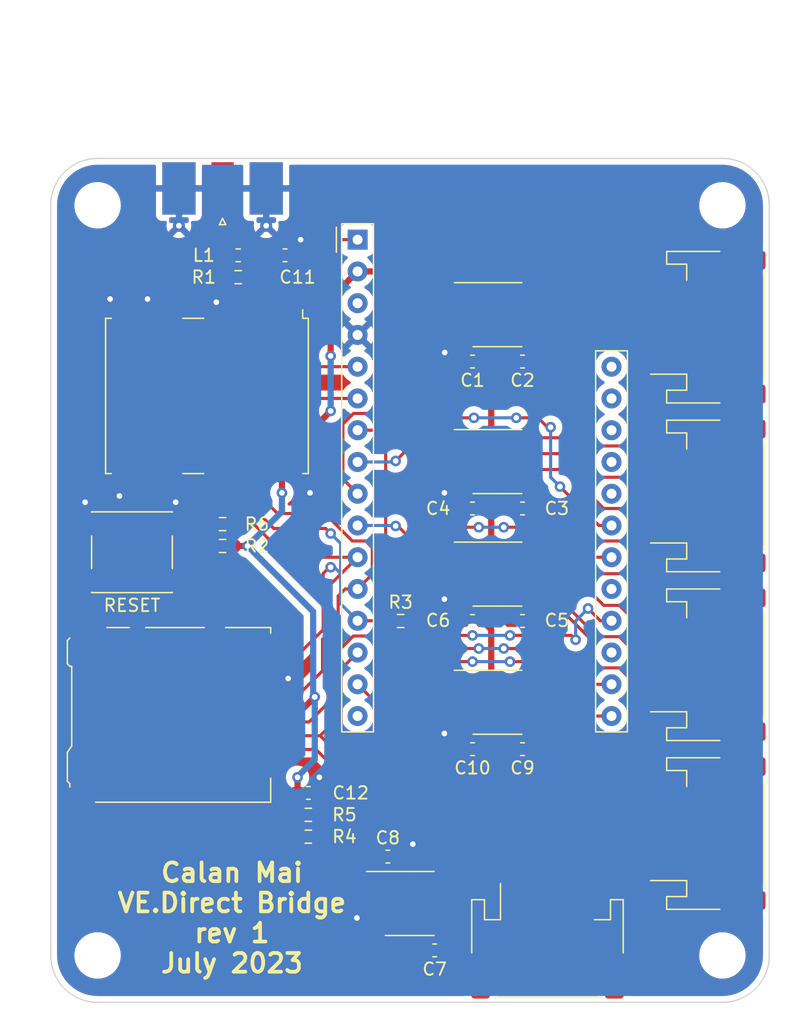
<source format=kicad_pcb>
(kicad_pcb (version 20211014) (generator pcbnew)
  (layers (0 "F.Cu" signal "Front") (31 "B.Cu" signal "Back") (34 "B.Paste" user) (35 "F.Paste" user) (36 "B.SilkS" user "B.Silkscreen") (37 "F.SilkS" user "F.Silkscreen") (38 "B.Mask" user) (39 "F.Mask" user) (44 "Edge.Cuts" user))
  (net 0 "")
  (net 1 "/nRESET")
  (net 2 "VCC")
  (net 4 "GND")
  (net 5 "/GPS-CS")
  (net 6 "/TX5")
  (net 7 "/RX4")
  (net 8 "/TX4")
  (net 9 "/TX2")
  (net 10 "/SCK")
  (net 11 "/MOSI")
  (net 12 "/MISO")
  (net 13 "/RX1")
  (net 14 "/TX1")
  (net 16 "/RX5")
  (net 17 "/RX2")
  (net 18 "/RX3")
  (net 19 "/TX3")
  (net 23 "Net-(J1-Pad3)")
  (net 24 "Net-(J1-Pad2)")
  (net 25 "Net-(J4-Pad2)")
  (net 26 "Net-(J4-Pad3)")
  (net 27 "Net-(R1-Pad1)")
  (net 28 "/GPS-INT")
  (net 29 "Net-(C1-Pad1)")
  (net 30 "Net-(C1-Pad2)")
  (net 31 "Net-(C3-Pad1)")
  (net 32 "Net-(C3-Pad2)")
  (net 33 "Net-(C5-Pad1)")
  (net 34 "Net-(C5-Pad2)")
  (net 35 "Net-(C7-Pad1)")
  (net 36 "Net-(C7-Pad2)")
  (net 37 "Net-(C9-Pad1)")
  (net 38 "Net-(C9-Pad2)")
  (net 39 "Net-(C11-Pad1)")
  (net 40 "Net-(J5-Pad3)")
  (net 50 "Net-(J2-Pad2)")
  (net 51 "Net-(J2-Pad3)")
  (net 52 "Net-(J3-Pad2)")
  (net 53 "Net-(J3-Pad3)")
  (net 54 "Net-(J5-Pad2)")
  (net 57 "unconnected-(J7-Pad11)")
  (net 58 "Net-(J7-Pad1)")
  (net 59 "/SD-CS")
  (net 60 "Net-(J7-Pad8)")
  (net 65 "/GPS-ANT")
  (footprint "Capacitor_SMD:C_0603_1608Metric_Pad1.08x0.95mm_HandSolder" (layer "F.Cu") (at 158.75 107.25 180)
    (fp_text reference "C10")
    (fp_text value "C_Small")
  )
  (footprint "Connector_JST:JST_PH_S4B-PH-SM4-TB_1x04-1MP_P2.00mm_Horizontal" (layer "F.Cu") (at 177.6 87 90)
    (fp_text reference "J2" hide)
    (fp_text value "VE.Direct")
  )
  (footprint "Capacitor_SMD:C_0603_1608Metric_Pad1.08x0.95mm_HandSolder" (layer "F.Cu") (at 158.75 97 180)
    (fp_text reference "C6")
    (fp_text value "C_Small")
  )
  (footprint "Package_SO:SOIC-8_3.9x4.9mm_P1.27mm" (layer "F.Cu") (at 153.725 119.595)
    (fp_text reference "U4" hide)
    (fp_text value "Si8422AB")
  )
  (footprint "Capacitor_SMD:C_0603_1608Metric_Pad1.08x0.95mm_HandSolder" (layer "F.Cu") (at 162.75 76.25)
    (fp_text reference "C1")
    (fp_text value "C_Small")
  )
  (footprint "Capacitor_SMD:C_0603_1608Metric_Pad1.08x0.95mm_HandSolder" (layer "F.Cu") (at 162.75 107.25)
    (fp_text reference "C9")
    (fp_text value "C_Small")
  )
  (footprint "Capacitor_SMD:C_0603_1608Metric_Pad1.08x0.95mm_HandSolder" (layer "F.Cu") (at 143.75 67.75)
    (fp_text reference "C11")
    (fp_text value "C")
  )
  (footprint "Capacitor_SMD:C_0603_1608Metric_Pad1.08x0.95mm_HandSolder" (layer "F.Cu") (at 145.6125 110.75)
    (fp_text reference "C12")
    (fp_text value "C")
  )
  (footprint "Resistor_SMD:R_0603_1608Metric_Pad0.98x0.95mm_HandSolder" (layer "F.Cu") (at 140 69.5)
    (fp_text reference "R1")
    (fp_text value "R")
  )
  (footprint "Capacitor_SMD:C_0603_1608Metric_Pad1.08x0.95mm_HandSolder" (layer "F.Cu") (at 162.75 97)
    (fp_text reference "C5")
    (fp_text value "C_Small")
  )
  (footprint "Package_SO:SOIC-8_3.9x4.9mm_P1.27mm" (layer "F.Cu") (at 160.75 103.5)
    (fp_text reference "U5" hide)
    (fp_text value "Si8422AB")
  )
  (footprint "MountingHole:MountingHole_2.7mm_M2.5" (layer "F.Cu") (at 128.75 123.75)
    (fp_text reference "H4" hide)
    (fp_text value "MountingHole")
  )
  (footprint "Connector_JST:JST_PH_S4B-PH-SM4-TB_1x04-1MP_P2.00mm_Horizontal" (layer "F.Cu") (at 164.75 122.6)
    (fp_text reference "J4" hide)
    (fp_text value "VE.Direct")
  )
  (footprint "MountingHole:MountingHole_2.7mm_M2.5" (layer "F.Cu") (at 178.75 63.75)
    (fp_text reference "H2" hide)
    (fp_text value "MountingHole")
  )
  (footprint "Package_SO:SOIC-8_3.9x4.9mm_P1.27mm" (layer "F.Cu") (at 160.75 93.25)
    (fp_text reference "U3" hide)
    (fp_text value "Si8422AB")
  )
  (footprint "Resistor_SMD:R_0603_1608Metric_Pad0.98x0.95mm_HandSolder" (layer "F.Cu") (at 138.75 91 180)
    (fp_text reference "R2")
    (fp_text value "R_Small")
  )
  (footprint "Module:Adafruit_Feather_M0_Wifi" (layer "F.Cu") (at 149.555 66.5)
    (fp_text reference "A1" hide)
    (fp_text value "Adafruit_Feather_M0_Wifi")
  )
  (footprint "MountingHole:MountingHole_2.7mm_M2.5" (layer "F.Cu") (at 128.75 63.75)
    (fp_text reference "H3" hide)
    (fp_text value "MountingHole")
  )
  (footprint "Capacitor_SMD:C_0603_1608Metric_Pad1.08x0.95mm_HandSolder" (layer "F.Cu") (at 158.75 76.25 180)
    (fp_text reference "C2")
    (fp_text value "C_Small")
  )
  (footprint "Resistor_SMD:R_0603_1608Metric_Pad0.98x0.95mm_HandSolder" (layer "F.Cu") (at 138.75 89.25)
    (fp_text reference "R6")
    (fp_text value "R_Small")
  )
  (footprint "Package_SO:SOIC-8_3.9x4.9mm_P1.27mm" (layer "F.Cu") (at 160.75 84.25)
    (fp_text reference "U2" hide)
    (fp_text value "Si8422AB")
  )
  (footprint "Connector_JST:JST_PH_S4B-PH-SM4-TB_1x04-1MP_P2.00mm_Horizontal" (layer "F.Cu") (at 177.6 73.5 90)
    (fp_text reference "J1" hide)
    (fp_text value "VE.Direct")
  )
  (footprint "Capacitor_SMD:C_0603_1608Metric_Pad1.08x0.95mm_HandSolder" (layer "F.Cu") (at 151.975 115.845)
    (fp_text reference "C8")
    (fp_text value "C_Small")
  )
  (footprint "Resistor_SMD:R_0603_1608Metric_Pad0.98x0.95mm_HandSolder" (layer "F.Cu") (at 153 97 180)
    (fp_text reference "R3")
    (fp_text value "R_Small")
  )
  (footprint "Package_SO:SOIC-8_3.9x4.9mm_P1.27mm" (layer "F.Cu") (at 160.75 72.5)
    (fp_text reference "U1" hide)
    (fp_text value "Si8422AB")
  )
  (footprint "Capacitor_SMD:C_0603_1608Metric_Pad1.08x0.95mm_HandSolder" (layer "F.Cu") (at 158.75 88 180)
    (fp_text reference "C4")
    (fp_text value "C_Small")
  )
  (footprint "Capacitor_SMD:C_0603_1608Metric_Pad1.08x0.95mm_HandSolder" (layer "F.Cu") (at 155.725 123.345)
    (fp_text reference "C7")
    (fp_text value "C_Small")
  )
  (footprint "Connector_JST:JST_PH_S4B-PH-SM4-TB_1x04-1MP_P2.00mm_Horizontal" (layer "F.Cu") (at 177.6 100.5 90)
    (fp_text reference "J3" hide)
    (fp_text value "VE.Direct")
  )
  (footprint "Resistor_SMD:R_0603_1608Metric_Pad0.98x0.95mm_HandSolder" (layer "F.Cu") (at 145.6125 112.5)
    (fp_text reference "R5")
    (fp_text value "R_Small")
  )
  (footprint "Inductor_SMD:L_0603_1608Metric_Pad1.05x0.95mm_HandSolder" (layer "F.Cu") (at 140 67.75 180)
    (fp_text reference "L1")
    (fp_text value "L")
  )
  (footprint "RF_GPS:ublox_NEO" (layer "F.Cu") (at 137.5 79 -90)
    (fp_text reference "U6" hide)
    (fp_text value "NEO-M8M")
  )
  (footprint "Connector_JST:JST_PH_S4B-PH-SM4-TB_1x04-1MP_P2.00mm_Horizontal" (layer "F.Cu") (at 177.6 114 90)
    (fp_text reference "J5" hide)
    (fp_text value "VE.Direct")
  )
  (footprint "Button_Switch_SMD:SW_Push_1P1T_NO_6x6mm_H9.5mm" (layer "F.Cu") (at 131.5 91.5 180)
    (fp_text reference "SW1" hide)
    (fp_text value "SW_Push")
  )
  (footprint "Connector_Card:microSD_HC_Hirose_DM3AT-SF-PEJM5" (layer "F.Cu") (at 134.715 104.5 -90)
    (fp_text reference "J7" hide)
    (fp_text value "Micro_SD_Card_Det")
  )
  (footprint "Resistor_SMD:R_0603_1608Metric_Pad0.98x0.95mm_HandSolder" (layer "F.Cu") (at 145.6125 114.25 180)
    (fp_text reference "R4")
    (fp_text value "R_Small")
  )
  (footprint "Connector_Coaxial:SMA_Molex_73251-2120_EdgeMount_Horizontal" (layer "F.Cu") (at 138.75 62.4 90)
    (fp_text reference "J6" hide)
    (fp_text value "Conn_Coaxial")
  )
  (footprint "Capacitor_SMD:C_0603_1608Metric_Pad1.08x0.95mm_HandSolder" (layer "F.Cu") (at 162.75 88)
    (fp_text reference "C3")
    (fp_text value "C_Small")
  )
  (footprint "MountingHole:MountingHole_2.7mm_M2.5" (layer "F.Cu") (at 178.75 123.75)
    (fp_text reference "H1" hide)
    (fp_text value "MountingHole")
  )
  (gr_line (start 125 63.75) (end 125 123.75) (layer "Edge.Cuts") (width 0.1))
  (gr_line (start 128.75 127.5) (end 178.75 127.5) (layer "Edge.Cuts") (width 0.1))
  (gr_arc (start 182.5 123.75) (mid 181.40165 126.40165) (end 178.75 127.5) (layer "Edge.Cuts") (width 0.1))
  (gr_line (start 178.75 60) (end 128.75 60) (layer "Edge.Cuts") (width 0.1))
  (gr_line (start 182.5 123.75) (end 182.5 63.75) (layer "Edge.Cuts") (width 0.1))
  (gr_arc (start 178.75 60) (mid 181.40165 61.09835) (end 182.5 63.75) (layer "Edge.Cuts") (width 0.1))
  (gr_arc (start 128.75 127.5) (mid 126.09835 126.40165) (end 125 123.75) (layer "Edge.Cuts") (width 0.1))
  (gr_arc (start 125 63.75) (mid 126.09835 61.09835) (end 128.75 60) (layer "Edge.Cuts") (width 0.1))
  (gr_text "RESET" (at 131.5 95.75) (layer "F.SilkS") (effects (font (size 1 1))))
  (gr_text "Calan Mai\nVE.Direct Bridge\nrev 1\nJuly 2023" (at 139.5 120.75) (layer "F.SilkS") (effects (font (size 1.5 1.5) (thickness 0.3))))
  (segment (start 130 74.5) (end 134.5 74.5) (width 0.25) (layer "F.Cu") (net 1))
  (segment (start 144.05 70.7) (end 148.25 66.5) (width 0.25) (layer "F.Cu") (net 1))
  (segment (start 134.9 72.6) (end 136.8 70.7) (width 0.25) (layer "F.Cu") (net 1))
  (segment (start 127.525 93.75) (end 135.475 93.75) (width 0.25) (layer "F.Cu") (net 1))
  (segment (start 134.9 73) (end 134.9 74.1) (width 0.25) (layer "F.Cu") (net 1))
  (segment (start 136.8 70.7) (end 144.05 70.7) (width 0.25) (layer "F.Cu") (net 1))
  (segment (start 129 75.5) (end 129 92.275) (width 0.25) (layer "F.Cu") (net 1))
  (segment (start 129 92.275) (end 127.525 93.75) (width 0.25) (layer "F.Cu") (net 1))
  (segment (start 149.555 66.5) (end 148.25 66.5) (width 0.25) (layer "F.Cu") (net 1))
  (segment (start 134.9 74.1) (end 134.5 74.5) (width 0.25) (layer "F.Cu") (net 1))
  (segment (start 130 74.5) (end 129 75.5) (width 0.25) (layer "F.Cu") (net 1))
  (segment (start 143.5 86.75) (end 143.5 85.1) (width 0.5) (layer "F.Cu") (net 2))
  (segment (start 160.095 70.595) (end 160.25 70.75) (width 0.5) (layer "F.Cu") (net 2))
  (segment (start 144.75 110.75) (end 144.75 112.45) (width 0.5) (layer "F.Cu") (net 2))
  (segment (start 143.4 84.210051) (end 147.4 80.210051) (width 0.5) (layer "F.Cu") (net 2))
  (segment (start 142.3 85) (end 143.4 85) (width 0.5) (layer "F.Cu") (net 2))
  (segment (start 159.345 91.345) (end 160.25 92.25) (width 0.5) (layer "F.Cu") (net 2))
  (segment (start 159.6125 97.045393) (end 160.25 97.682893) (width 0.5) (layer "F.Cu") (net 2))
  (segment (start 158.275 101.595) (end 159.095 101.595) (width 0.5) (layer "F.Cu") (net 2))
  (segment (start 149.555 69.04) (end 156.72 69.04) (width 0.5) (layer "F.Cu") (net 2))
  (segment (start 143.4 85) (end 143.4 84.210051) (width 0.5) (layer "F.Cu") (net 2))
  (segment (start 158.006492 112.006492) (end 158.256492 112.006492) (width 0.5) (layer "F.Cu") (net 2))
  (segment (start 160.25 96.407893) (end 159.6125 97.045393) (width 0.5) (layer "F.Cu") (net 2))
  (segment (start 159.6125 88) (end 160.25 88.6375) (width 0.5) (layer "F.Cu") (net 2))
  (segment (start 142.44 103.975) (end 145.225 103.975) (width 0.5) (layer "F.Cu") (net 2))
  (segment (start 151.25 117.69) (end 152.572983 117.69) (width 0.5) (layer "F.Cu") (net 2))
  (segment (start 158.275 70.595) (end 160.095 70.595) (width 0.5) (layer "F.Cu") (net 2))
  (segment (start 160.25 88.6375) (end 160.25 92.25) (width 0.5) (layer "F.Cu") (net 2))
  (segment (start 158.275 91.345) (end 159.345 91.345) (width 0.5) (layer "F.Cu") (net 2))
  (segment (start 144.7 112.5) (end 144.7 114.25) (width 0.5) (layer "F.Cu") (net 2))
  (segment (start 160.25 97.682893) (end 160.25 102.75) (width 0.5) (layer "F.Cu") (net 2))
  (segment (start 158.256492 112.006492) (end 159.6125 110.650483) (width 0.5) (layer "F.Cu") (net 2))
  (segment (start 147.4 75.8) (end 147.4 71.195) (width 0.5) (layer "F.Cu") (net 2))
  (segment (start 151.1125 117.5525) (end 151.25 117.69) (width 0.5) (layer "F.Cu") (net 2))
  (segment (start 153 117.262984) (end 153.756492 116.506492) (width 0.5) (layer "F.Cu") (net 2))
  (segment (start 153.756492 116.506492) (end 158.256492 112.006492) (width 0.5) (layer "F.Cu") (net 2))
  (segment (start 160.25 92.25) (end 160.25 96.407893) (width 0.5) (layer "F.Cu") (net 2))
  (segment (start 145.225 103.975) (end 146.125 103.075) (width 0.5) (layer "F.Cu") (net 2))
  (segment (start 153.9125 107.9125) (end 158.006492 112.006492) (width 0.5) (layer "F.Cu") (net 2))
  (segment (start 139.6625 89.25) (end 139.6625 91) (width 0.5) (layer "F.Cu") (net 2))
  (segment (start 158.275 82.345) (end 159.595 82.345) (width 0.5) (layer "F.Cu") (net 2))
  (segment (start 159.6125 76.25) (end 160 76.25) (width 0.5) (layer "F.Cu") (net 2))
  (segment (start 160.25 70.75) (end 160.25 75.6125) (width 0.5) (layer "F.Cu") (net 2))
  (segment (start 156.72 69.04) (end 158.275 70.595) (width 0.5) (layer "F.Cu") (net 2))
  (segment (start 144.7 117.45) (end 144.7 114.25) (width 0.5) (layer "F.Cu") (net 2))
  (segment (start 152.75 123.75) (end 151 123.75) (width 0.5) (layer "F.Cu") (net 2))
  (segment (start 147.4 71.195) (end 149.555 69.04) (width 0.5) (layer "F.Cu") (net 2))
  (segment (start 153 123.5) (end 153 117.262984) (width 0.5) (layer "F.Cu") (net 2))
  (segment (start 160.25 87.3625) (end 159.6125 88) (width 0.5) (layer "F.Cu") (net 2))
  (segment (start 160.25 76.5) (end 160.25 83) (width 0.5) (layer "F.Cu") (net 2))
  (segment (start 160.25 102.75) (end 160.25 106.6125) (width 0.5) (layer "F.Cu") (net 2))
  (segment (start 153 123.5) (end 152.75 123.75) (width 0.5) (layer "F.Cu") (net 2))
  (segment (start 147.4 80.210051) (end 147.4 80.2) (width 0.5) (layer "F.Cu") (net 2))
  (segment (start 139.6625 91) (end 140.75 91) (width 0.5) (layer "F.Cu") (net 2))
  (segment (start 153.9125 97) (end 153.9125 107.9125) (width 0.5) (layer "F.Cu") (net 2))
  (segment (start 160 76.25) (end 160.25 76.5) (width 0.5) (layer "F.Cu") (net 2))
  (segment (start 160.25 106.6125) (end 159.6125 107.25) (width 0.5) (layer "F.Cu") (net 2))
  (segment (start 152.572983 117.69) (end 153.756492 116.506492) (width 0.5) (layer "F.Cu") (net 2))
  (segment (start 160.25 75.6125) (end 159.6125 76.25) (width 0.5) (layer "F.Cu") (net 2))
  (segment (start 151 123.75) (end 144.7 117.45) (width 0.5) (layer "F.Cu") (net 2))
  (segment (start 159.6125 110.650483) (end 159.6125 107.25) (width 0.5) (layer "F.Cu") (net 2))
  (segment (start 151.1125 115.845) (end 151.1125 117.5525) (width 0.5) (layer "F.Cu") (net 2))
  (segment (start 159.595 82.345) (end 160.25 83) (width 0.5) (layer "F.Cu") (net 2))
  (segment (start 159.095 101.595) (end 160.25 102.75) (width 0.5) (layer "F.Cu") (net 2))
  (segment (start 160.25 83) (end 160.25 87.3625) (width 0.5) (layer "F.Cu") (net 2))
  (segment (start 144.75 110.75) (end 144.75 109.5) (width 0.5) (layer "F.Cu") (net 2))
  (via (at 147.4 75.8) (size 0.85) (drill 0.45) (layers "F.Cu" "B.Cu") (net 2))
  (via (at 147.4 80.2) (size 0.85) (drill 0.45) (layers "F.Cu" "B.Cu") (net 2))
  (via (at 146.125 103.075) (size 0.85) (drill 0.45) (layers "F.Cu" "B.Cu") (net 2))
  (via (at 144.75 109.5) (size 0.85) (drill 0.45) (layers "F.Cu" "B.Cu") (net 2))
  (via (at 140.75 91) (size 0.85) (drill 0.45) (layers "F.Cu" "B.Cu") (net 2))
  (via (at 143.5 86.75) (size 0.85) (drill 0.45) (layers "F.Cu" "B.Cu") (net 2))
  (segment (start 144.75 109.45) (end 146.125 108.075) (width 0.5) (layer "B.Cu") (net 2))
  (segment (start 146 96.25) (end 146 102.95) (width 0.5) (layer "B.Cu") (net 2))
  (segment (start 147.4 80.2) (end 147.4 75.8) (width 0.5) (layer "B.Cu") (net 2))
  (segment (start 146.125 108.075) (end 146.125 103.075) (width 0.5) (layer "B.Cu") (net 2))
  (segment (start 144.75 109.5) (end 144.75 109.45) (width 0.5) (layer "B.Cu") (net 2))
  (segment (start 140.75 91) (end 146 96.25) (width 0.5) (layer "B.Cu") (net 2))
  (segment (start 143.5 88.25) (end 140.75 91) (width 0.5) (layer "B.Cu") (net 2))
  (segment (start 143.5 86.75) (end 143.5 88.25) (width 0.5) (layer "B.Cu") (net 2))
  (segment (start 146 102.95) (end 146.125 103.075) (width 0.5) (layer "B.Cu") (net 2))
  (segment (start 158.275 74.405) (end 157.8875 74.7925) (width 0.5) (layer "F.Cu") (net 4))
  (segment (start 157.095 86.155) (end 156.5 86.75) (width 0.5) (layer "F.Cu") (net 4))
  (segment (start 132.7 73) (end 132.7 71.3) (width 0.5) (layer "F.Cu") (net 4))
  (segment (start 132.7 71.3) (end 132.75 71.25) (width 0.5) (layer "F.Cu") (net 4))
  (segment (start 157.095 105.405) (end 156.5 106) (width 0.5) (layer "F.Cu") (net 4))
  (segment (start 145.75 86.25) (end 145.75 86.75) (width 0.5) (layer "F.Cu") (net 4))
  (segment (start 146.475 109.525) (end 146.5 109.5) (width 0.5) (layer "F.Cu") (net 4))
  (segment (start 157.652847 74.405) (end 156.528924 75.528923) (width 0.5) (layer "F.Cu") (net 4))
  (segment (start 135.475 87.975) (end 135 87.5) (width 0.5) (layer "F.Cu") (net 4))
  (segment (start 143.825 101.775) (end 144 101.6) (width 0.5) (layer "F.Cu") (net 4))
  (segment (start 144.6125 66.8875) (end 145 66.5) (width 0.5) (layer "F.Cu") (net 4))
  (segment (start 142.44 101.775) (end 143.825 101.775) (width 0.5) (layer "F.Cu") (net 4))
  (segment (start 156.595 95.155) (end 156.5 95.25) (width 0.5) (layer "F.Cu") (net 4))
  (segment (start 158.275 105.405) (end 157.095 105.405) (width 0.5) (layer "F.Cu") (net 4))
  (segment (start 158.275 86.155) (end 158.275 87.6125) (width 0.5) (layer "F.Cu") (net 4))
  (segment (start 158.275 87.6125) (end 157.8875 88) (width 0.5) (layer "F.Cu") (net 4))
  (segment (start 130.5 71.75) (end 130 71.25) (width 0.5) (layer "F.Cu") (net 4))
  (segment (start 130.5 85) (end 130.5 87) (width 0.5) (layer "F.Cu") (net 4))
  (segment (start 157.8875 107.25) (end 157.8875 105.7925) (width 0.5) (layer "F.Cu") (net 4))
  (segment (start 130.5 73) (end 130.5 71.75) (width 0.5) (layer "F.Cu") (net 4))
  (segment (start 157.8875 105.7925) (end 158.275 105.405) (width 0.5) (layer "F.Cu") (net 4))
  (segment (start 157.8875 95.5425) (end 158.275 95.155) (width 0.5) (layer "F.Cu") (net 4))
  (segment (start 158.275 86.155) (end 157.095 86.155) (width 0.5) (layer "F.Cu") (net 4))
  (segment (start 157.8875 97.045393) (end 157.8875 95.5425) (width 0.5) (layer "F.Cu") (net 4))
  (segment (start 158.275 95.155) (end 156.595 95.155) (width 0.5) (layer "F.Cu") (net 4))
  (segment (start 127.525 89.25) (end 127.525 87.725) (width 0.5) (layer "F.Cu") (net 4))
  (segment (start 135.475 89.25) (end 135.475 87.975) (width 0.5) (layer "F.Cu") (net 4))
  (segment (start 152.975 115.845) (end 153.975 114.845) (width 0.5) (layer "F.Cu") (net 4))
  (segment (start 157.8875 74.7925) (end 157.8875 76.25) (width 0.5) (layer "F.Cu") (net 4))
  (segment (start 144.6125 67.75) (end 144.6125 66.8875) (width 0.5) (layer "F.Cu") (net 4))
  (segment (start 137.9 73) (end 137.9 71.85) (width 0.5) (layer "F.Cu") (net 4))
  (segment (start 137.9 71.85) (end 138.25 71.5) (width 0.5) (layer "F.Cu") (net 4))
  (segment (start 146.475 110.75) (end 146.475 109.525) (width 0.5) (layer "F.Cu") (net 4))
  (segment (start 144.5 85) (end 145.75 86.25) (width 0.5) (layer "F.Cu") (net 4))
  (segment (start 127.525 87.725) (end 127.75 87.5) (width 0.5) (layer "F.Cu") (net 4))
  (segment (start 130 71.25) (end 129.75 71.25) (width 0.5) (layer "F.Cu") (net 4))
  (segment (start 150.25 121.5) (end 151.25 121.5) (width 0.5) (layer "F.Cu") (net 4))
  (segment (start 149.5 120.75) (end 150.25 121.5) (width 0.5) (layer "F.Cu") (net 4))
  (via (at 149.5 120.75) (size 0.85) (drill 0.45) (layers "F.Cu" "B.Cu") (net 4))
  (via (at 132.75 71.25) (size 0.85) (drill 0.45) (layers "F.Cu" "B.Cu") (net 4))
  (via (at 144 101.6) (size 0.85) (drill 0.45) (layers "F.Cu" "B.Cu") (net 4))
  (via (at 156.5 106) (size 0.85) (drill 0.45) (layers "F.Cu" "B.Cu") (net 4))
  (via (at 153.975 114.845) (size 0.85) (drill 0.45) (layers "F.Cu" "B.Cu") (net 4))
  (via (at 130.5 87) (size 0.85) (drill 0.45) (layers "F.Cu" "B.Cu") (net 4))
  (via (at 135 87.5) (size 0.85) (drill 0.45) (layers "F.Cu" "B.Cu") (net 4))
  (via (at 145 66.5) (size 0.85) (drill 0.45) (layers "F.Cu" "B.Cu") (net 4))
  (via (at 129.75 71.25) (size 0.85) (drill 0.45) (layers "F.Cu" "B.Cu") (net 4))
  (via (at 145.75 86.75) (size 0.85) (drill 0.45) (layers "F.Cu" "B.Cu") (net 4))
  (via (at 156.5 95.25) (size 0.85) (drill 0.45) (layers "F.Cu" "B.Cu") (net 4))
  (via (at 127.75 87.5) (size 0.85) (drill 0.45) (layers "F.Cu" "B.Cu") (net 4))
  (via (at 156.528924 75.528923) (size 0.85) (drill 0.45) (layers "F.Cu" "B.Cu") (net 4))
  (via (at 138.25 71.5) (size 0.85) (drill 0.45) (layers "F.Cu" "B.Cu") (net 4))
  (via (at 146.5 109.5) (size 0.85) (drill 0.45) (layers "F.Cu" "B.Cu") (net 4))
  (via (at 156.5 86.75) (size 0.85) (drill 0.45) (layers "F.Cu" "B.Cu") (net 4))
  (segment (start 137.8375 89.25) (end 137.8375 85.0625) (width 0.25) (layer "F.Cu") (net 5))
  (segment (start 142.8 79.2) (end 137.9 84.1) (width 0.25) (layer "F.Cu") (net 5))
  (segment (start 137.9 84.1) (end 137.9 85) (width 0.25) (layer "F.Cu") (net 5))
  (segment (start 149.555 79.2) (end 142.8 79.2) (width 0.25) (layer "F.Cu") (net 5))
  (segment (start 158.75 100.25) (end 157 100.25) (width 0.25) (layer "F.Cu") (net 6))
  (segment (start 157 100.25) (end 156.75 100.5) (width 0.25) (layer "F.Cu") (net 6))
  (segment (start 156.75 102.25) (end 157.365 102.865) (width 0.25) (layer "F.Cu") (net 6))
  (segment (start 168.1 104.6) (end 169.875 104.6) (width 0.25) (layer "F.Cu") (net 6))
  (segment (start 157.365 102.865) (end 158.275 102.865) (width 0.25) (layer "F.Cu") (net 6))
  (segment (start 161.75 100.25) (end 163.75 100.25) (width 0.25) (layer "F.Cu") (net 6))
  (segment (start 156.75 100.5) (end 156.75 102.25) (width 0.25) (layer "F.Cu") (net 6))
  (segment (start 163.75 100.25) (end 168.1 104.6) (width 0.25) (layer "F.Cu") (net 6))
  (via (at 161.75 100.25) (size 0.85) (drill 0.45) (layers "F.Cu" "B.Cu") (net 6))
  (via (at 158.75 100.25) (size 0.85) (drill 0.45) (layers "F.Cu" "B.Cu") (net 6))
  (segment (start 158.75 100.25) (end 161.75 100.25) (width 0.25) (layer "B.Cu") (net 6))
  (segment (start 153.25 83.55) (end 153.25 76.5) (width 0.25) (layer "F.Cu") (net 7))
  (segment (start 158.275 73.135) (end 156.615 73.135) (width 0.25) (layer "F.Cu") (net 7))
  (segment (start 152.6 84.2) (end 153.25 83.55) (width 0.25) (layer "F.Cu") (net 7))
  (segment (start 156.615 73.135) (end 153.25 76.5) (width 0.25) (layer "F.Cu") (net 7))
  (via (at 152.6 84.2) (size 0.85) (drill 0.45) (layers "F.Cu" "B.Cu") (net 7))
  (segment (start 149.555 84.28) (end 152.52 84.28) (width 0.25) (layer "B.Cu") (net 7))
  (segment (start 152.52 84.28) (end 152.6 84.2) (width 0.25) (layer "B.Cu") (net 7))
  (segment (start 149.233299 80.4) (end 151.4 80.4) (width 0.25) (layer "F.Cu") (net 8))
  (segment (start 148.38 81.253299) (end 149.233299 80.4) (width 0.25) (layer "F.Cu") (net 8))
  (segment (start 149.555 86.82) (end 148.38 85.645) (width 0.25) (layer "F.Cu") (net 8))
  (segment (start 148.38 85.645) (end 148.38 81.253299) (width 0.25) (layer "F.Cu") (net 8))
  (segment (start 151.4 80.4) (end 152.25 79.55) (width 0.25) (layer "F.Cu") (net 8))
  (segment (start 152.25 76.25) (end 156.635 71.865) (width 0.25) (layer "F.Cu") (net 8))
  (segment (start 156.635 71.865) (end 158.275 71.865) (width 0.25) (layer "F.Cu") (net 8))
  (segment (start 152.25 79.55) (end 152.25 76.25) (width 0.25) (layer "F.Cu") (net 8))
  (segment (start 152.6 89.4) (end 152.77 89.4) (width 0.25) (layer "F.Cu") (net 9))
  (segment (start 155.985 92.615) (end 158.275 92.615) (width 0.25) (layer "F.Cu") (net 9))
  (segment (start 152.77 89.4) (end 155.985 92.615) (width 0.25) (layer "F.Cu") (net 9))
  (via (at 152.6 89.4) (size 0.85) (drill 0.45) (layers "F.Cu" "B.Cu") (net 9))
  (segment (start 152.6 89.4) (end 151.96 89.36) (width 0.25) (layer "B.Cu") (net 9))
  (segment (start 151.96 89.36) (end 149.555 89.36) (width 0.25) (layer "B.Cu") (net 9))
  (segment (start 139 87) (end 143.9 91.9) (width 0.25) (layer "F.Cu") (net 10))
  (segment (start 142.44 102.875) (end 144.856371 102.875) (width 0.25) (layer "F.Cu") (net 10))
  (segment (start 146.75 100.981371) (end 146.75 98.45) (width 0.25) (layer "F.Cu") (net 10))
  (segment (start 143.9 91.9) (end 149.555 91.9) (width 0.25) (layer "F.Cu") (net 10))
  (segment (start 147.4 97.8) (end 147.4 94.055) (width 0.25) (layer "F.Cu") (net 10))
  (segment (start 147.4 94.055) (end 149.555 91.9) (width 0.25) (layer "F.Cu") (net 10))
  (segment (start 139 85) (end 139 87) (width 0.25) (layer "F.Cu") (net 10))
  (segment (start 144.856371 102.875) (end 146.75 100.981371) (width 0.25) (layer "F.Cu") (net 10))
  (segment (start 146.75 98.45) (end 147.4 97.8) (width 0.25) (layer "F.Cu") (net 10))
  (segment (start 149.555 94.44) (end 150.73 93.265) (width 0.25) (layer "F.Cu") (net 11))
  (segment (start 145.675 105.075) (end 147.25 103.5) (width 0.25) (layer "F.Cu") (net 11))
  (segment (start 148 95) (end 148.56 94.44) (width 0.25) (layer "F.Cu") (net 11))
  (segment (start 146.933299 88.4) (end 143.15 88.4) (width 0.25) (layer "F.Cu") (net 11))
  (segment (start 147.25 103.5) (end 147.25 98.95) (width 0.25) (layer "F.Cu") (net 11))
  (segment (start 148.56 94.44) (end 149.555 94.44) (width 0.25) (layer "F.Cu") (net 11))
  (segment (start 150.73 91.13) (end 150.2 90.6) (width 0.25) (layer "F.Cu") (net 11))
  (segment (start 147.25 98.95) (end 148 98.2) (width 0.25) (layer "F.Cu") (net 11))
  (segment (start 148 98.2) (end 148 95) (width 0.25) (layer "F.Cu") (net 11))
  (segment (start 150.2 90.6) (end 149.133299 90.6) (width 0.25) (layer "F.Cu") (net 11))
  (segment (start 149.133299 90.6) (end 146.933299 88.4) (width 0.25) (layer "F.Cu") (net 11))
  (segment (start 142.44 105.075) (end 145.675 105.075) (width 0.25) (layer "F.Cu") (net 11))
  (segment (start 143.15 88.4) (end 141.2 86.45) (width 0.25) (layer "F.Cu") (net 11))
  (segment (start 150.73 93.265) (end 150.73 91.13) (width 0.25) (layer "F.Cu") (net 11))
  (segment (start 141.2 86.45) (end 141.2 85) (width 0.25) (layer "F.Cu") (net 11))
  (segment (start 146.8 93.2) (end 146.8 97.692893) (width 0.25) (layer "F.Cu") (net 12))
  (segment (start 143.817893 100.675) (end 142.44 100.675) (width 0.25) (layer "F.Cu") (net 12))
  (segment (start 147.4 92.6995) (end 147.3005 92.6995) (width 0.25) (layer "F.Cu") (net 12))
  (segment (start 140.1 86.85) (end 140.1 85) (width 0.25) (layer "F.Cu") (net 12))
  (segment (start 149.555 96.98) (end 152.0675 96.98) (width 0.25) (layer "F.Cu") (net 12))
  (segment (start 146.8 97.692893) (end 143.817893 100.675) (width 0.25) (layer "F.Cu") (net 12))
  (segment (start 147.4 90) (end 147.002635 89.6) (width 0.25) (layer "F.Cu") (net 12))
  (segment (start 147.002635 89.6) (end 142.85 89.6) (width 0.25) (layer "F.Cu") (net 12))
  (segment (start 147.3005 92.6995) (end 146.8 93.2) (width 0.25) (layer "F.Cu") (net 12))
  (segment (start 142.85 89.6) (end 140.1 86.85) (width 0.25) (layer "F.Cu") (net 12))
  (via (at 147.4 92.6995) (size 0.85) (drill 0.45) (layers "F.Cu" "B.Cu") (net 12))
  (via (at 147.4 90) (size 0.85) (drill 0.45) (layers "F.Cu" "B.Cu") (net 12))
  (segment (start 148.2 93.2) (end 148.2 95.625) (width 0.25) (layer "B.Cu") (net 12))
  (segment (start 147.4 92.6995) (end 147.6995 92.6995) (width 0.25) (layer "B.Cu") (net 12))
  (segment (start 148.2 95.625) (end 149.555 96.98) (width 0.25) (layer "B.Cu") (net 12))
  (segment (start 148.2 90.797365) (end 148.2 93.2) (width 0.25) (layer "B.Cu") (net 12))
  (segment (start 147.6995 92.6995) (end 148.2 93.2) (width 0.25) (layer "B.Cu") (net 12))
  (segment (start 147.4 90) (end 148.2 90.797365) (width 0.25) (layer "B.Cu") (net 12))
  (segment (start 149.555 99.52) (end 148.25 100.825) (width 0.25) (layer "F.Cu") (net 13))
  (segment (start 150.23 120.23) (end 149.303947 119.303947) (width 0.25) (layer "F.Cu") (net 13))
  (segment (start 148.25 106) (end 149.303947 107.053947) (width 0.25) (layer "F.Cu") (net 13))
  (segment (start 149.303947 119.303947) (end 149.303947 107.053947) (width 0.25) (layer "F.Cu") (net 13))
  (segment (start 148.25 100.825) (end 148.25 106) (width 0.25) (layer "F.Cu") (net 13))
  (segment (start 151.25 120.23) (end 150.23 120.23) (width 0.25) (layer "F.Cu") (net 13))
  (segment (start 151 112.25) (end 151 103.505) (width 0.25) (layer "F.Cu") (net 14))
  (segment (start 149.803947 113.446053) (end 151 112.25) (width 0.25) (layer "F.Cu") (net 14))
  (segment (start 150.46 118.96) (end 149.803947 118.303947) (width 0.25) (layer "F.Cu") (net 14))
  (segment (start 149.803947 118.303947) (end 149.803947 113.446053) (width 0.25) (layer "F.Cu") (net 14))
  (segment (start 149.555 102.06) (end 151 103.505) (width 0.25) (layer "F.Cu") (net 14))
  (segment (start 164.200544 99.200544) (end 167.06 102.06) (width 0.25) (layer "F.Cu") (net 16))
  (segment (start 161.25 99.2) (end 164.200544 99.200544) (width 0.25) (layer "F.Cu") (net 16))
  (segment (start 159.25 99.200497) (end 157.049503 99.200497) (width 0.25) (layer "F.Cu") (net 16))
  (segment (start 157.135 104.135) (end 158.275 104.135) (width 0.25) (layer "F.Cu") (net 16))
  (segment (start 155.75 100.5) (end 155.75 102.75) (width 0.25) (layer "F.Cu") (net 16))
  (segment (start 157.049503 99.200497) (end 155.75 100.5) (width 0.25) (layer "F.Cu") (net 16))
  (segment (start 155.75 102.75) (end 157.135 104.135) (width 0.25) (layer "F.Cu") (net 16))
  (segment (start 167.06 102.06) (end 169.875 102.06) (width 0.25) (layer "F.Cu") (net 16))
  (via (at 159.25 99.200497) (size 0.85) (drill 0.45) (layers "F.Cu" "B.Cu") (net 16))
  (via (at 161.25 99.2) (size 0.85) (drill 0.45) (layers "F.Cu" "B.Cu") (net 16))
  (segment (start 161.399503 99.200497) (end 161.25 99.2) (width 0.25) (layer "B.Cu") (net 16))
  (segment (start 159.25 99.200497) (end 161.399503 99.200497) (width 0.25) (layer "B.Cu") (net 16))
  (segment (start 168.98 96.98) (end 168 96) (width 0.25) (layer "F.Cu") (net 17))
  (segment (start 161.75 98.151045) (end 166.651045 98.151045) (width 0.25) (layer "F.Cu") (net 17))
  (segment (start 166.651045 98.151045) (end 167 98.5) (width 0.25) (layer "F.Cu") (net 17))
  (segment (start 155.5 97) (end 155.5 94.75) (width 0.25) (layer "F.Cu") (net 17))
  (segment (start 156.365 93.885) (end 158.275 93.885) (width 0.25) (layer "F.Cu") (net 17))
  (segment (start 156.651069 98.151069) (end 155.5 97) (width 0.25) (layer "F.Cu") (net 17))
  (segment (start 155.5 94.75) (end 156.365 93.885) (width 0.25) (layer "F.Cu") (net 17))
  (segment (start 158.75 98.151069) (end 156.651069 98.151069) (width 0.25) (layer "F.Cu") (net 17))
  (segment (start 169.875 96.98) (end 168.98 96.98) (width 0.25) (layer "F.Cu") (net 17))
  (via (at 168 96) (size 0.85) (drill 0.45) (layers "F.Cu" "B.Cu") (net 17))
  (via (at 167 98.5) (size 0.85) (drill 0.45) (layers "F.Cu" "B.Cu") (net 17))
  (via (at 158.75 98.151069) (size 0.85) (drill 0.45) (layers "F.Cu" "B.Cu") (net 17))
  (via (at 161.75 98.151045) (size 0.85) (drill 0.45) (layers "F.Cu" "B.Cu") (net 17))
  (segment (start 158.75 98.151069) (end 158.863024 98.151045) (width 0.25) (layer "B.Cu") (net 17))
  (segment (start 158.863024 98.151045) (end 161.75 98.151045) (width 0.25) (layer "B.Cu") (net 17))
  (segment (start 168 96) (end 167 97) (width 0.25) (layer "B.Cu") (net 17))
  (segment (start 167 97) (end 167 98.5) (width 0.25) (layer "B.Cu") (net 17))
  (segment (start 159.25 89.5) (end 157.25 89.5) (width 0.25) (layer "F.Cu") (net 18))
  (segment (start 155.25 86) (end 156.5 84.75) (width 0.25) (layer "F.Cu") (net 18))
  (segment (start 168.35 91.9) (end 169.875 91.9) (width 0.25) (layer "F.Cu") (net 18))
  (segment (start 156.5 84.75) (end 158.14 84.75) (width 0.25) (layer "F.Cu") (net 18))
  (segment (start 157.25 89.5) (end 155.25 87.5) (width 0.25) (layer "F.Cu") (net 18))
  (segment (start 155.25 87.5) (end 155.25 86) (width 0.25) (layer "F.Cu") (net 18))
  (segment (start 161.25 89.5) (end 165.95 89.5) (width 0.25) (layer "F.Cu") (net 18))
  (segment (start 165.95 89.5) (end 168.35 91.9) (width 0.25) (layer "F.Cu") (net 18))
  (via (at 159.25 89.5) (size 0.85) (drill 0.45) (layers "F.Cu" "B.Cu") (net 18))
  (via (at 161.25 89.5) (size 0.85) (drill 0.45) (layers "F.Cu" "B.Cu") (net 18))
  (segment (start 161.25 89.5) (end 159.25 89.5) (width 0.25) (layer "B.Cu") (net 18))
  (segment (start 165 81.5) (end 165 81.75) (width 0.25) (layer "F.Cu") (net 19))
  (segment (start 165 81.75) (end 164 80.75) (width 0.25) (layer "F.Cu") (net 19))
  (segment (start 165.75 86.25) (end 168.86 89.36) (width 0.25) (layer "F.Cu") (net 19))
  (segment (start 164 80.75) (end 162.25 80.75) (width 0.25) (layer "F.Cu") (net 19))
  (segment (start 156.865 83.615) (end 156.5 83.25) (width 0.25) (layer "F.Cu") (net 19))
  (segment (start 156.5 81.5) (end 157.25 80.75) (width 0.25) (layer "F.Cu") (net 19))
  (segment (start 158.275 83.615) (end 156.865 83.615) (width 0.25) (layer "F.Cu") (net 19))
  (segment (start 156.5 83.25) (end 156.5 81.5) (width 0.25) (layer "F.Cu") (net 19))
  (segment (start 157.25 80.75) (end 158.863 80.75) (width 0.25) (layer "F.Cu") (net 19))
  (segment (start 168.86 89.36) (end 169.875 89.36) (width 0.25) (layer "F.Cu") (net 19))
  (via (at 158.863 80.75) (size 0.85) (drill 0.45) (layers "F.Cu" "B.Cu") (net 19))
  (via (at 165 81.5) (size 0.85) (drill 0.45) (layers "F.Cu" "B.Cu") (net 19))
  (via (at 165.75 86.25) (size 0.85) (drill 0.45) (layers "F.Cu" "B.Cu") (net 19))
  (via (at 162.25 80.75) (size 0.85) (drill 0.45) (layers "F.Cu" "B.Cu") (net 19))
  (segment (start 165 85.5) (end 165.75 86.25) (width 0.25) (layer "B.Cu") (net 19))
  (segment (start 165 81.5) (end 165 85.5) (width 0.25) (layer "B.Cu") (net 19))
  (segment (start 158.863 80.75) (end 162.25 80.75) (width 0.25) (layer "B.Cu") (net 19))
  (segment (start 163.36 73) (end 170 73) (width 0.25) (layer "F.Cu") (net 23))
  (segment (start 176.875 75.008883) (end 176.875 73.875) (width 0.25) (layer "F.Cu") (net 23))
  (segment (start 172.5 75.5) (end 176.383883 75.5) (width 0.25) (layer "F.Cu") (net 23))
  (segment (start 176.383883 75.5) (end 176.875 75.008883) (width 0.25) (layer "F.Cu") (net 23))
  (segment (start 170 73) (end 172.5 75.5) (width 0.25) (layer "F.Cu") (net 23))
  (segment (start 176.875 73.875) (end 175.5 72.5) (width 0.25) (layer "F.Cu") (net 23))
  (segment (start 173.1 74.5) (end 174.75 74.5) (width 0.25) (layer "F.Cu") (net 24))
  (segment (start 163.225 71.865) (end 170.465 71.865) (width 0.25) (layer "F.Cu") (net 24))
  (segment (start 170.465 71.865) (end 173.1 74.5) (width 0.25) (layer "F.Cu") (net 24))
  (segment (start 157.29 118.96) (end 159.125 117.125) (width 0.25) (layer "F.Cu") (net 25))
  (segment (start 159.125 117.125) (end 162.925 117.125) (width 0.25) (layer "F.Cu") (net 25))
  (segment (start 156.2 118.96) (end 157.29 118.96) (width 0.25) (layer "F.Cu") (net 25))
  (segment (start 162.925 117.125) (end 163.75 117.95) (width 0.25) (layer "F.Cu") (net 25))
  (segment (start 163.75 117.95) (end 163.75 119.75) (width 0.25) (layer "F.Cu") (net 25))
  (segment (start 162.425 117.625) (end 162.875 118.075) (width 0.25) (layer "F.Cu") (net 26))
  (segment (start 161.241117 117.625) (end 162.425 117.625) (width 0.25) (layer "F.Cu") (net 26))
  (segment (start 162.875 118.075) (end 162.875 121.508883) (width 0.25) (layer "F.Cu") (net 26))
  (segment (start 158.636117 120.23) (end 161.241117 117.625) (width 0.25) (layer "F.Cu") (net 26))
  (segment (start 163.366117 122) (end 164.133883 122) (width 0.25) (layer "F.Cu") (net 26))
  (segment (start 164.133883 122) (end 165.75 120.383883) (width 0.25) (layer "F.Cu") (net 26))
  (segment (start 156.2 120.23) (end 158.636117 120.23) (width 0.25) (layer "F.Cu") (net 26))
  (segment (start 162.875 121.508883) (end 163.366117 122) (width 0.25) (layer "F.Cu") (net 26))
  (segment (start 139.0875 69.5) (end 136.560662 69.5) (width 0.25) (layer "F.Cu") (net 27))
  (segment (start 136.560662 69.5) (end 136.280331 69.780331) (width 0.25) (layer "F.Cu") (net 27))
  (segment (start 133.8 72.260661) (end 136.280331 69.780331) (width 0.25) (layer "F.Cu") (net 27))
  (segment (start 136.280331 69.780331) (end 136.398161 69.6625) (width 0.25) (layer "F.Cu") (net 27))
  (segment (start 141.2 73) (end 141.2 74.2) (width 0.25) (layer "F.Cu") (net 28))
  (segment (start 141.2 74.2) (end 143.66 76.66) (width 0.25) (layer "F.Cu") (net 28))
  (segment (start 143.66 76.66) (end 149.555 76.66) (width 0.25) (layer "F.Cu") (net 28))
  (segment (start 163.225 70.595) (end 162.205 70.595) (width 0.25) (layer "F.Cu") (net 29))
  (segment (start 162.205 70.595) (end 161.8 71) (width 0.25) (layer "F.Cu") (net 29))
  (segment (start 163.225 70.595) (end 174.655 70.595) (width 0.25) (layer "F.Cu") (net 29))
  (segment (start 161.8 71) (end 161.8 76.1625) (width 0.25) (layer "F.Cu") (net 29))
  (segment (start 163.6125 74.7925) (end 163.225 74.405) (width 0.25) (layer "F.Cu") (net 30))
  (segment (start 163.225 74.405) (end 169.905 74.405) (width 0.25) (layer "F.Cu") (net 30))
  (segment (start 172 76.5) (end 174.75 76.5) (width 0.25) (layer "F.Cu") (net 30))
  (segment (start 163.6125 76.25) (end 163.6125 74.7925) (width 0.25) (layer "F.Cu") (net 30))
  (segment (start 169.905 74.405) (end 172 76.5) (width 0.25) (layer "F.Cu") (net 30))
  (segment (start 167 83) (end 173.75 83) (width 0.25) (layer "F.Cu") (net 31))
  (segment (start 173.75 83) (end 174.75 84) (width 0.25) (layer "F.Cu") (net 31))
  (segment (start 166.345 82.345) (end 167 83) (width 0.25) (layer "F.Cu") (net 31))
  (segment (start 162.255 82.345) (end 161.8 82.8) (width 0.25) (layer "F.Cu") (net 31))
  (segment (start 163.225 82.345) (end 162.255 82.345) (width 0.25) (layer "F.Cu") (net 31))
  (segment (start 161.8 82.8) (end 161.8 87.9125) (width 0.25) (layer "F.Cu") (net 31))
  (segment (start 163.225 82.345) (end 166.345 82.345) (width 0.25) (layer "F.Cu") (net 31))
  (segment (start 172.25 90) (end 171.65 90.6) (width 0.25) (layer "F.Cu") (net 32))
  (segment (start 163.225 87.6125) (end 163.6125 88) (width 0.25) (layer "F.Cu") (net 32))
  (segment (start 163.225 86.155) (end 163.225 87.6125) (width 0.25) (layer "F.Cu") (net 32))
  (segment (start 171.65 90.6) (end 168.7 90.6) (width 0.25) (layer "F.Cu") (net 32))
  (segment (start 172.25 90) (end 174.75 90) (width 0.25) (layer "F.Cu") (net 32))
  (segment (start 168.7 90.6) (end 166.1 88) (width 0.25) (layer "F.Cu") (net 32))
  (segment (start 166.1 88) (end 163.6125 88) (width 0.25) (layer "F.Cu") (net 32))
  (segment (start 161.8 91.8) (end 161.8 96.957893) (width 0.25) (layer "F.Cu") (net 33))
  (segment (start 171.619327 93.219327) (end 174.75 96.35) (width 0.25) (layer "F.Cu") (net 33))
  (segment (start 162.255 91.345) (end 161.8 91.8) (width 0.25) (layer "F.Cu") (net 33))
  (segment (start 174.75 96.35) (end 174.75 97.5) (width 0.25) (layer "F.Cu") (net 33))
  (segment (start 166.345 91.345) (end 168.219327 93.219327) (width 0.25) (layer "F.Cu") (net 33))
  (segment (start 168.219327 93.219327) (end 171.619327 93.219327) (width 0.25) (layer "F.Cu") (net 33))
  (segment (start 163.225 91.345) (end 166.345 91.345) (width 0.25) (layer "F.Cu") (net 33))
  (segment (start 163.225 91.345) (end 162.255 91.345) (width 0.25) (layer "F.Cu") (net 33))
  (segment (start 168.395001 100.145001) (end 169 100.75) (width 0.25) (layer "F.Cu") (net 34))
  (segment (start 170.5 100.75) (end 173.25 103.5) (width 0.25) (layer "F.Cu") (net 34))
  (segment (start 163.6125 95.5425) (end 163.225 95.155) (width 0.25) (layer "F.Cu") (net 34))
  (segment (start 168.395001 98.645001) (end 168.395001 100.145001) (width 0.25) (layer "F.Cu") (net 34))
  (segment (start 169 100.75) (end 170.5 100.75) (width 0.25) (layer "F.Cu") (net 34))
  (segment (start 163.225 95.155) (end 164.905 95.155) (width 0.25) (layer "F.Cu") (net 34))
  (segment (start 164.905 95.155) (end 168.395001 98.645001) (width 0.25) (layer "F.Cu") (net 34))
  (segment (start 163.6125 97.045393) (end 163.6125 95.5425) (width 0.25) (layer "F.Cu") (net 34))
  (segment (start 155.31 117.69) (end 154.5 118.5) (width 0.25) (layer "F.Cu") (net 35))
  (segment (start 154.5 118.5) (end 154.5 122.9825) (width 0.25) (layer "F.Cu") (net 35))
  (segment (start 156.2 117.69) (end 155.31 117.69) (width 0.25) (layer "F.Cu") (net 35))
  (segment (start 156.2 117.69) (end 157.265 116.625) (width 0.25) (layer "F.Cu") (net 35))
  (segment (start 157.265 116.625) (end 166.225 116.625) (width 0.25) (layer "F.Cu") (net 35))
  (segment (start 166.225 116.625) (end 167.75 118.15) (width 0.25) (layer "F.Cu") (net 35))
  (segment (start 154.5 122.9825) (end 154.8625 123.345) (width 0.25) (layer "F.Cu") (net 35))
  (segment (start 156.5875 123.345) (end 156.5875 121.8875) (width 0.25) (layer "F.Cu") (net 36))
  (segment (start 156.2 121.5) (end 160 121.5) (width 0.25) (layer "F.Cu") (net 36))
  (segment (start 156.5875 121.8875) (end 156.2 121.5) (width 0.25) (layer "F.Cu") (net 36))
  (segment (start 160 121.5) (end 161.75 119.75) (width 0.25) (layer "F.Cu") (net 36))
  (segment (start 162.155 101.595) (end 161.75 102) (width 0.25) (layer "F.Cu") (net 37))
  (segment (start 163.795 101.595) (end 173.2 111) (width 0.25) (layer "F.Cu") (net 37))
  (segment (start 163.225 101.595) (end 162.155 101.595) (width 0.25) (layer "F.Cu") (net 37))
  (segment (start 161.75 102) (end 161.75 107.1125) (width 0.25) (layer "F.Cu") (net 37))
  (segment (start 163.6125 107.25) (end 163.6125 105.7925) (width 0.25) (layer "F.Cu") (net 38))
  (segment (start 164.155 105.405) (end 163.225 105.405) (width 0.25) (layer "F.Cu") (net 38))
  (segment (start 172.25 117) (end 170 114.75) (width 0.25) (layer "F.Cu") (net 38))
  (segment (start 170 111.25) (end 164.155 105.405) (width 0.25) (layer "F.Cu") (net 38))
  (segment (start 170 114.75) (end 170 111.25) (width 0.25) (layer "F.Cu") (net 38))
  (segment (start 163.6125 105.7925) (end 163.225 105.405) (width 0.25) (layer "F.Cu") (net 38))
  (segment (start 172.25 117) (end 174.75 117) (width 0.25) (layer "F.Cu") (net 38))
  (segment (start 140.875 67.75) (end 140.875 69.4625) (width 0.25) (layer "F.Cu") (net 39))
  (segment (start 140.875 69.4625) (end 140.9125 69.5) (width 0.25) (layer "F.Cu") (net 39))
  (segment (start 140.875 67.75) (end 142.8875 67.75) (width 0.25) (layer "F.Cu") (net 39))
  (segment (start 170.75 110.5) (end 170.75 112.75) (width 0.25) (layer "F.Cu") (net 40))
  (segment (start 171 113) (end 174.75 113) (width 0.25) (layer "F.Cu") (net 40))
  (segment (start 163.225 104.135) (end 164.385 104.135) (width 0.25) (layer "F.Cu") (net 40))
  (segment (start 164.385 104.135) (end 170.75 110.5) (width 0.25) (layer "F.Cu") (net 40))
  (segment (start 170.75 112.75) (end 171 113) (width 0.25) (layer "F.Cu") (net 40))
  (segment (start 171.5 85.5) (end 172 85) (width 0.25) (layer "F.Cu") (net 50))
  (segment (start 172 85) (end 176.383883 85) (width 0.25) (layer "F.Cu") (net 50))
  (segment (start 163.225 83.615) (end 166.365 83.615) (width 0.25) (layer "F.Cu") (net 50))
  (segment (start 176.875 86.525) (end 175.4 88) (width 0.25) (layer "F.Cu") (net 50))
  (segment (start 176.383883 85) (end 176.875 85.491117) (width 0.25) (layer "F.Cu") (net 50))
  (segment (start 168.25 85.5) (end 171.5 85.5) (width 0.25) (layer "F.Cu") (net 50))
  (segment (start 166.365 83.615) (end 168.25 85.5) (width 0.25) (layer "F.Cu") (net 50))
  (segment (start 176.875 85.491117) (end 176.875 86.525) (width 0.25) (layer "F.Cu") (net 50))
  (segment (start 170.75 88) (end 171.25 87.5) (width 0.25) (layer "F.Cu") (net 51))
  (segment (start 166.135 84.885) (end 169.25 88) (width 0.25) (layer "F.Cu") (net 51))
  (segment (start 171.25 87.5) (end 171.25 86.75) (width 0.25) (layer "F.Cu") (net 51))
  (segment (start 169.25 88) (end 170.75 88) (width 0.25) (layer "F.Cu") (net 51))
  (segment (start 171.25 86.75) (end 172 86) (width 0.25) (layer "F.Cu") (net 51))
  (segment (start 172 86) (end 174.75 86) (width 0.25) (layer "F.Cu") (net 51))
  (segment (start 163.225 84.885) (end 166.135 84.885) (width 0.25) (layer "F.Cu") (net 51))
  (segment (start 163.271802 92.568198) (end 166.068198 92.568198) (width 0.25) (layer "F.Cu") (net 52))
  (segment (start 166.068198 92.568198) (end 169.25 95.75) (width 0.25) (layer "F.Cu") (net 52))
  (segment (start 176.875 98.991117) (end 176.875 100.325) (width 0.25) (layer "F.Cu") (net 52))
  (segment (start 171.75 97) (end 171.75 98) (width 0.25) (layer "F.Cu") (net 52))
  (segment (start 176.383883 98.5) (end 176.875 98.991117) (width 0.25) (layer "F.Cu") (net 52))
  (segment (start 171.75 98) (end 172.25 98.5) (width 0.25) (layer "F.Cu") (net 52))
  (segment (start 170.5 95.75) (end 171.75 97) (width 0.25) (layer "F.Cu") (net 52))
  (segment (start 169.25 95.75) (end 170.5 95.75) (width 0.25) (layer "F.Cu") (net 52))
  (segment (start 176.875 100.325) (end 175.7 101.5) (width 0.25) (layer "F.Cu") (net 52))
  (segment (start 172.25 98.5) (end 176.383883 98.5) (width 0.25) (layer "F.Cu") (net 52))
  (segment (start 164.385 93.885) (end 168.75 98.25) (width 0.25) (layer "F.Cu") (net 53))
  (segment (start 163.225 93.885) (end 164.385 93.885) (width 0.25) (layer "F.Cu") (net 53))
  (segment (start 170.5 98.25) (end 171.75 99.5) (width 0.25) (layer "F.Cu") (net 53))
  (segment (start 171.75 99.5) (end 174.75 99.5) (width 0.25) (layer "F.Cu") (net 53))
  (segment (start 168.75 98.25) (end 170.5 98.25) (width 0.25) (layer "F.Cu") (net 53))
  (segment (start 171.5 110.25) (end 171.5 111.5) (width 0.25) (layer "F.Cu") (net 54))
  (segment (start 171.5 111.5) (end 172 112) (width 0.25) (layer "F.Cu") (net 54))
  (segment (start 177 112.616117) (end 177 113.6) (width 0.25) (layer "F.Cu") (net 54))
  (segment (start 172 112) (end 176.383883 112) (width 0.25) (layer "F.Cu") (net 54))
  (segment (start 164.115 102.865) (end 171.5 110.25) (width 0.25) (layer "F.Cu") (net 54))
  (segment (start 177 113.6) (end 175.6 115) (width 0.25) (layer "F.Cu") (net 54))
  (segment (start 163.225 102.865) (end 164.115 102.865) (width 0.25) (layer "F.Cu") (net 54))
  (segment (start 176.383883 112) (end 177 112.616117) (width 0.25) (layer "F.Cu") (net 54))
  (segment (start 138.14 107.216422) (end 138.14 104.525) (width 0.25) (layer "F.Cu") (net 57))
  (segment (start 128.415 98.3) (end 127.79 97.675) (width 0.25) (layer "F.Cu") (net 57))
  (segment (start 128.415 110.1) (end 128.415 98.3) (width 0.25) (layer "F.Cu") (net 57))
  (segment (start 127.34 111.175) (end 128.415 110.1) (width 0.25) (layer "F.Cu") (net 57))
  (segment (start 138.14 107.251778) (end 138.14 107.216422) (width 0.25) (layer "F.Cu") (net 57))
  (segment (start 128.415 110.1) (end 135.291778 110.1) (width 0.25) (layer "F.Cu") (net 57))
  (segment (start 138.14 104.525) (end 142.44 108.825) (width 0.25) (layer "F.Cu") (net 57))
  (segment (start 135.291778 110.1) (end 138.14 107.251778) (width 0.25) (layer "F.Cu") (net 57))
  (segment (start 138.14 97.675) (end 138.14 104.525) (width 0.25) (layer "F.Cu") (net 57))
  (segment (start 147.5 108.55) (end 147.5 112.25) (width 0.25) (layer "F.Cu") (net 58))
  (segment (start 147.25 112.5) (end 146.525 112.5) (width 0.25) (layer "F.Cu") (net 58))
  (segment (start 146.225 107.275) (end 147.5 108.55) (width 0.25) (layer "F.Cu") (net 58))
  (segment (start 142.44 107.275) (end 146.225 107.275) (width 0.25) (layer "F.Cu") (net 58))
  (segment (start 147.5 112.25) (end 147.25 112.5) (width 0.25) (layer "F.Cu") (net 58))
  (segment (start 152.95 91.75) (end 151.8 90.6) (width 0.25) (layer "F.Cu") (net 59))
  (segment (start 151.8 82.6) (end 150.94 81.74) (width 0.25) (layer "F.Cu") (net 59))
  (segment (start 152.241206 98.2) (end 152.95 97.491206) (width 0.25) (layer "F.Cu") (net 59))
  (segment (start 150.94 81.74) (end 149.555 81.74) (width 0.25) (layer "F.Cu") (net 59))
  (segment (start 146.561396 106.175) (end 148.25 107.863604) (width 0.25) (layer "F.Cu") (net 59))
  (segment (start 146.561396 106.175) (end 147.75 104.986396) (width 0.25) (layer "F.Cu") (net 59))
  (segment (start 147.75 99.663299) (end 149.213299 98.2) (width 0.25) (layer "F.Cu") (net 59))
  (segment (start 149.213299 98.2) (end 152.241206 98.2) (width 0.25) (layer "F.Cu") (net 59))
  (segment (start 142.44 106.175) (end 146.561396 106.175) (width 0.25) (layer "F.Cu") (net 59))
  (segment (start 152.95 97.491206) (end 152.95 91.75) (width 0.25) (layer "F.Cu") (net 59))
  (segment (start 147.75 104.986396) (end 147.75 99.663299) (width 0.25) (layer "F.Cu") (net 59))
  (segment (start 148.25 107.863604) (end 148.25 112.525) (width 0.25) (layer "F.Cu") (net 59))
  (segment (start 148.25 112.525) (end 146.525 114.25) (width 0.25) (layer "F.Cu") (net 59))
  (segment (start 151.8 90.6) (end 151.8 82.6) (width 0.25) (layer "F.Cu") (net 59))
  (segment (start 144.5 99) (end 143.925 99.575) (width 0.25) (layer "F.Cu") (net 60))
  (segment (start 138 91) (end 144.5 97.5) (width 0.25) (layer "F.Cu") (net 60))
  (segment (start 143.925 99.575) (end 142.44 99.575) (width 0.25) (layer "F.Cu") (net 60))
  (segment (start 144.5 97.5) (end 144.5 99) (width 0.25) (layer "F.Cu") (net 60))
  (segment (start 133.75 67.75) (end 137 67.75) (width 0.44) (layer "F.Cu") (net 65))
  (segment (start 138.75 62.4) (end 138.75 66) (width 0.44) (layer "F.Cu") (net 65))
  (segment (start 131.6 69.9) (end 133.75 67.75) (width 0.44) (layer "F.Cu") (net 65))
  (segment (start 139.125 66.375) (end 139.125 67.75) (width 0.44) (layer "F.Cu") (net 65))
  (segment (start 138.75 66) (end 139.125 66.375) (width 0.44) (layer "F.Cu") (net 65))
  (segment (start 137 67.75) (end 138.75 66) (width 0.44) (layer "F.Cu") (net 65))
  (segment (start 131.6 73) (end 131.6 69.9) (width 0.44) (layer "F.Cu") (net 65))
  (zone (net 4) (net_name "GND") (layers F&B.Cu) (connect_pads (clearance 0.508)) (min_thickness 0.254) (fill yes (thermal_gap 0.508) (thermal_bridge_width 0.508))
    (polygon (pts (xy 182.5 127.5) (xy 125 127.5) (xy 125 60) (xy 182.5 60)))
  )
)
</source>
